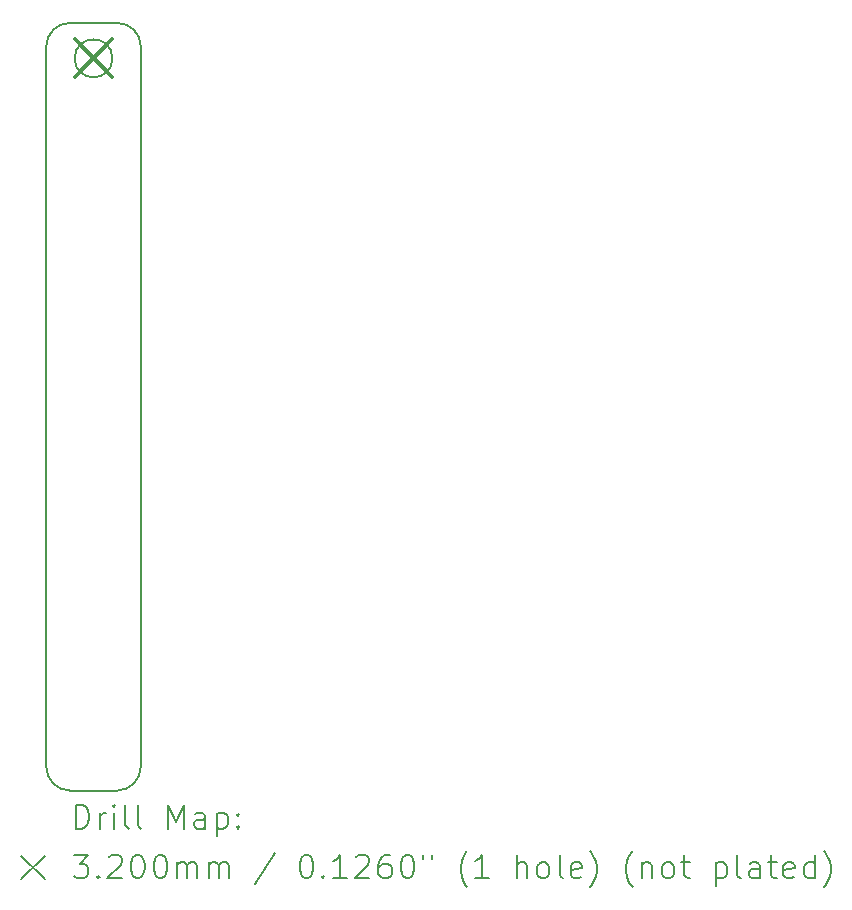
<source format=gbr>
%TF.GenerationSoftware,KiCad,Pcbnew,7.0.9*%
%TF.CreationDate,2024-01-11T17:38:55+09:00*%
%TF.ProjectId,LineStick,4c696e65-5374-4696-936b-2e6b69636164,rev?*%
%TF.SameCoordinates,Original*%
%TF.FileFunction,Drillmap*%
%TF.FilePolarity,Positive*%
%FSLAX45Y45*%
G04 Gerber Fmt 4.5, Leading zero omitted, Abs format (unit mm)*
G04 Created by KiCad (PCBNEW 7.0.9) date 2024-01-11 17:38:55*
%MOMM*%
%LPD*%
G01*
G04 APERTURE LIST*
%ADD10C,0.200000*%
%ADD11C,0.320000*%
G04 APERTURE END LIST*
D10*
X15040000Y-13822560D02*
X15440000Y-13822560D01*
X14840000Y-7522560D02*
X14840000Y-13622560D01*
X15440000Y-7322560D02*
X15040000Y-7322560D01*
X15400000Y-7622560D02*
G75*
G03*
X15400000Y-7622560I-160000J0D01*
G01*
X14840000Y-13622560D02*
G75*
G03*
X15040000Y-13822560I200000J0D01*
G01*
X15440000Y-13822560D02*
G75*
G03*
X15640000Y-13622560I0J200000D01*
G01*
X15640000Y-7522560D02*
G75*
G03*
X15440000Y-7322560I-200000J0D01*
G01*
X15040000Y-7322560D02*
G75*
G03*
X14840000Y-7522560I0J-200000D01*
G01*
X15640000Y-13622560D02*
X15640000Y-7522560D01*
D11*
X15080000Y-7460000D02*
X15400000Y-7780000D01*
X15400000Y-7460000D02*
X15080000Y-7780000D01*
D10*
X15090777Y-14144044D02*
X15090777Y-13944044D01*
X15090777Y-13944044D02*
X15138396Y-13944044D01*
X15138396Y-13944044D02*
X15166967Y-13953568D01*
X15166967Y-13953568D02*
X15186015Y-13972615D01*
X15186015Y-13972615D02*
X15195539Y-13991663D01*
X15195539Y-13991663D02*
X15205062Y-14029758D01*
X15205062Y-14029758D02*
X15205062Y-14058330D01*
X15205062Y-14058330D02*
X15195539Y-14096425D01*
X15195539Y-14096425D02*
X15186015Y-14115472D01*
X15186015Y-14115472D02*
X15166967Y-14134520D01*
X15166967Y-14134520D02*
X15138396Y-14144044D01*
X15138396Y-14144044D02*
X15090777Y-14144044D01*
X15290777Y-14144044D02*
X15290777Y-14010710D01*
X15290777Y-14048806D02*
X15300301Y-14029758D01*
X15300301Y-14029758D02*
X15309824Y-14020234D01*
X15309824Y-14020234D02*
X15328872Y-14010710D01*
X15328872Y-14010710D02*
X15347920Y-14010710D01*
X15414586Y-14144044D02*
X15414586Y-14010710D01*
X15414586Y-13944044D02*
X15405062Y-13953568D01*
X15405062Y-13953568D02*
X15414586Y-13963091D01*
X15414586Y-13963091D02*
X15424110Y-13953568D01*
X15424110Y-13953568D02*
X15414586Y-13944044D01*
X15414586Y-13944044D02*
X15414586Y-13963091D01*
X15538396Y-14144044D02*
X15519348Y-14134520D01*
X15519348Y-14134520D02*
X15509824Y-14115472D01*
X15509824Y-14115472D02*
X15509824Y-13944044D01*
X15643158Y-14144044D02*
X15624110Y-14134520D01*
X15624110Y-14134520D02*
X15614586Y-14115472D01*
X15614586Y-14115472D02*
X15614586Y-13944044D01*
X15871729Y-14144044D02*
X15871729Y-13944044D01*
X15871729Y-13944044D02*
X15938396Y-14086901D01*
X15938396Y-14086901D02*
X16005062Y-13944044D01*
X16005062Y-13944044D02*
X16005062Y-14144044D01*
X16186015Y-14144044D02*
X16186015Y-14039282D01*
X16186015Y-14039282D02*
X16176491Y-14020234D01*
X16176491Y-14020234D02*
X16157443Y-14010710D01*
X16157443Y-14010710D02*
X16119348Y-14010710D01*
X16119348Y-14010710D02*
X16100301Y-14020234D01*
X16186015Y-14134520D02*
X16166967Y-14144044D01*
X16166967Y-14144044D02*
X16119348Y-14144044D01*
X16119348Y-14144044D02*
X16100301Y-14134520D01*
X16100301Y-14134520D02*
X16090777Y-14115472D01*
X16090777Y-14115472D02*
X16090777Y-14096425D01*
X16090777Y-14096425D02*
X16100301Y-14077377D01*
X16100301Y-14077377D02*
X16119348Y-14067853D01*
X16119348Y-14067853D02*
X16166967Y-14067853D01*
X16166967Y-14067853D02*
X16186015Y-14058330D01*
X16281253Y-14010710D02*
X16281253Y-14210710D01*
X16281253Y-14020234D02*
X16300301Y-14010710D01*
X16300301Y-14010710D02*
X16338396Y-14010710D01*
X16338396Y-14010710D02*
X16357443Y-14020234D01*
X16357443Y-14020234D02*
X16366967Y-14029758D01*
X16366967Y-14029758D02*
X16376491Y-14048806D01*
X16376491Y-14048806D02*
X16376491Y-14105949D01*
X16376491Y-14105949D02*
X16366967Y-14124996D01*
X16366967Y-14124996D02*
X16357443Y-14134520D01*
X16357443Y-14134520D02*
X16338396Y-14144044D01*
X16338396Y-14144044D02*
X16300301Y-14144044D01*
X16300301Y-14144044D02*
X16281253Y-14134520D01*
X16462205Y-14124996D02*
X16471729Y-14134520D01*
X16471729Y-14134520D02*
X16462205Y-14144044D01*
X16462205Y-14144044D02*
X16452682Y-14134520D01*
X16452682Y-14134520D02*
X16462205Y-14124996D01*
X16462205Y-14124996D02*
X16462205Y-14144044D01*
X16462205Y-14020234D02*
X16471729Y-14029758D01*
X16471729Y-14029758D02*
X16462205Y-14039282D01*
X16462205Y-14039282D02*
X16452682Y-14029758D01*
X16452682Y-14029758D02*
X16462205Y-14020234D01*
X16462205Y-14020234D02*
X16462205Y-14039282D01*
X14630000Y-14372560D02*
X14830000Y-14572560D01*
X14830000Y-14372560D02*
X14630000Y-14572560D01*
X15071729Y-14364044D02*
X15195539Y-14364044D01*
X15195539Y-14364044D02*
X15128872Y-14440234D01*
X15128872Y-14440234D02*
X15157443Y-14440234D01*
X15157443Y-14440234D02*
X15176491Y-14449758D01*
X15176491Y-14449758D02*
X15186015Y-14459282D01*
X15186015Y-14459282D02*
X15195539Y-14478330D01*
X15195539Y-14478330D02*
X15195539Y-14525949D01*
X15195539Y-14525949D02*
X15186015Y-14544996D01*
X15186015Y-14544996D02*
X15176491Y-14554520D01*
X15176491Y-14554520D02*
X15157443Y-14564044D01*
X15157443Y-14564044D02*
X15100301Y-14564044D01*
X15100301Y-14564044D02*
X15081253Y-14554520D01*
X15081253Y-14554520D02*
X15071729Y-14544996D01*
X15281253Y-14544996D02*
X15290777Y-14554520D01*
X15290777Y-14554520D02*
X15281253Y-14564044D01*
X15281253Y-14564044D02*
X15271729Y-14554520D01*
X15271729Y-14554520D02*
X15281253Y-14544996D01*
X15281253Y-14544996D02*
X15281253Y-14564044D01*
X15366967Y-14383091D02*
X15376491Y-14373568D01*
X15376491Y-14373568D02*
X15395539Y-14364044D01*
X15395539Y-14364044D02*
X15443158Y-14364044D01*
X15443158Y-14364044D02*
X15462205Y-14373568D01*
X15462205Y-14373568D02*
X15471729Y-14383091D01*
X15471729Y-14383091D02*
X15481253Y-14402139D01*
X15481253Y-14402139D02*
X15481253Y-14421187D01*
X15481253Y-14421187D02*
X15471729Y-14449758D01*
X15471729Y-14449758D02*
X15357443Y-14564044D01*
X15357443Y-14564044D02*
X15481253Y-14564044D01*
X15605062Y-14364044D02*
X15624110Y-14364044D01*
X15624110Y-14364044D02*
X15643158Y-14373568D01*
X15643158Y-14373568D02*
X15652682Y-14383091D01*
X15652682Y-14383091D02*
X15662205Y-14402139D01*
X15662205Y-14402139D02*
X15671729Y-14440234D01*
X15671729Y-14440234D02*
X15671729Y-14487853D01*
X15671729Y-14487853D02*
X15662205Y-14525949D01*
X15662205Y-14525949D02*
X15652682Y-14544996D01*
X15652682Y-14544996D02*
X15643158Y-14554520D01*
X15643158Y-14554520D02*
X15624110Y-14564044D01*
X15624110Y-14564044D02*
X15605062Y-14564044D01*
X15605062Y-14564044D02*
X15586015Y-14554520D01*
X15586015Y-14554520D02*
X15576491Y-14544996D01*
X15576491Y-14544996D02*
X15566967Y-14525949D01*
X15566967Y-14525949D02*
X15557443Y-14487853D01*
X15557443Y-14487853D02*
X15557443Y-14440234D01*
X15557443Y-14440234D02*
X15566967Y-14402139D01*
X15566967Y-14402139D02*
X15576491Y-14383091D01*
X15576491Y-14383091D02*
X15586015Y-14373568D01*
X15586015Y-14373568D02*
X15605062Y-14364044D01*
X15795539Y-14364044D02*
X15814586Y-14364044D01*
X15814586Y-14364044D02*
X15833634Y-14373568D01*
X15833634Y-14373568D02*
X15843158Y-14383091D01*
X15843158Y-14383091D02*
X15852682Y-14402139D01*
X15852682Y-14402139D02*
X15862205Y-14440234D01*
X15862205Y-14440234D02*
X15862205Y-14487853D01*
X15862205Y-14487853D02*
X15852682Y-14525949D01*
X15852682Y-14525949D02*
X15843158Y-14544996D01*
X15843158Y-14544996D02*
X15833634Y-14554520D01*
X15833634Y-14554520D02*
X15814586Y-14564044D01*
X15814586Y-14564044D02*
X15795539Y-14564044D01*
X15795539Y-14564044D02*
X15776491Y-14554520D01*
X15776491Y-14554520D02*
X15766967Y-14544996D01*
X15766967Y-14544996D02*
X15757443Y-14525949D01*
X15757443Y-14525949D02*
X15747920Y-14487853D01*
X15747920Y-14487853D02*
X15747920Y-14440234D01*
X15747920Y-14440234D02*
X15757443Y-14402139D01*
X15757443Y-14402139D02*
X15766967Y-14383091D01*
X15766967Y-14383091D02*
X15776491Y-14373568D01*
X15776491Y-14373568D02*
X15795539Y-14364044D01*
X15947920Y-14564044D02*
X15947920Y-14430710D01*
X15947920Y-14449758D02*
X15957443Y-14440234D01*
X15957443Y-14440234D02*
X15976491Y-14430710D01*
X15976491Y-14430710D02*
X16005063Y-14430710D01*
X16005063Y-14430710D02*
X16024110Y-14440234D01*
X16024110Y-14440234D02*
X16033634Y-14459282D01*
X16033634Y-14459282D02*
X16033634Y-14564044D01*
X16033634Y-14459282D02*
X16043158Y-14440234D01*
X16043158Y-14440234D02*
X16062205Y-14430710D01*
X16062205Y-14430710D02*
X16090777Y-14430710D01*
X16090777Y-14430710D02*
X16109824Y-14440234D01*
X16109824Y-14440234D02*
X16119348Y-14459282D01*
X16119348Y-14459282D02*
X16119348Y-14564044D01*
X16214586Y-14564044D02*
X16214586Y-14430710D01*
X16214586Y-14449758D02*
X16224110Y-14440234D01*
X16224110Y-14440234D02*
X16243158Y-14430710D01*
X16243158Y-14430710D02*
X16271729Y-14430710D01*
X16271729Y-14430710D02*
X16290777Y-14440234D01*
X16290777Y-14440234D02*
X16300301Y-14459282D01*
X16300301Y-14459282D02*
X16300301Y-14564044D01*
X16300301Y-14459282D02*
X16309824Y-14440234D01*
X16309824Y-14440234D02*
X16328872Y-14430710D01*
X16328872Y-14430710D02*
X16357443Y-14430710D01*
X16357443Y-14430710D02*
X16376491Y-14440234D01*
X16376491Y-14440234D02*
X16386015Y-14459282D01*
X16386015Y-14459282D02*
X16386015Y-14564044D01*
X16776491Y-14354520D02*
X16605063Y-14611663D01*
X17033634Y-14364044D02*
X17052682Y-14364044D01*
X17052682Y-14364044D02*
X17071729Y-14373568D01*
X17071729Y-14373568D02*
X17081253Y-14383091D01*
X17081253Y-14383091D02*
X17090777Y-14402139D01*
X17090777Y-14402139D02*
X17100301Y-14440234D01*
X17100301Y-14440234D02*
X17100301Y-14487853D01*
X17100301Y-14487853D02*
X17090777Y-14525949D01*
X17090777Y-14525949D02*
X17081253Y-14544996D01*
X17081253Y-14544996D02*
X17071729Y-14554520D01*
X17071729Y-14554520D02*
X17052682Y-14564044D01*
X17052682Y-14564044D02*
X17033634Y-14564044D01*
X17033634Y-14564044D02*
X17014587Y-14554520D01*
X17014587Y-14554520D02*
X17005063Y-14544996D01*
X17005063Y-14544996D02*
X16995539Y-14525949D01*
X16995539Y-14525949D02*
X16986015Y-14487853D01*
X16986015Y-14487853D02*
X16986015Y-14440234D01*
X16986015Y-14440234D02*
X16995539Y-14402139D01*
X16995539Y-14402139D02*
X17005063Y-14383091D01*
X17005063Y-14383091D02*
X17014587Y-14373568D01*
X17014587Y-14373568D02*
X17033634Y-14364044D01*
X17186015Y-14544996D02*
X17195539Y-14554520D01*
X17195539Y-14554520D02*
X17186015Y-14564044D01*
X17186015Y-14564044D02*
X17176491Y-14554520D01*
X17176491Y-14554520D02*
X17186015Y-14544996D01*
X17186015Y-14544996D02*
X17186015Y-14564044D01*
X17386015Y-14564044D02*
X17271729Y-14564044D01*
X17328872Y-14564044D02*
X17328872Y-14364044D01*
X17328872Y-14364044D02*
X17309825Y-14392615D01*
X17309825Y-14392615D02*
X17290777Y-14411663D01*
X17290777Y-14411663D02*
X17271729Y-14421187D01*
X17462206Y-14383091D02*
X17471729Y-14373568D01*
X17471729Y-14373568D02*
X17490777Y-14364044D01*
X17490777Y-14364044D02*
X17538396Y-14364044D01*
X17538396Y-14364044D02*
X17557444Y-14373568D01*
X17557444Y-14373568D02*
X17566968Y-14383091D01*
X17566968Y-14383091D02*
X17576491Y-14402139D01*
X17576491Y-14402139D02*
X17576491Y-14421187D01*
X17576491Y-14421187D02*
X17566968Y-14449758D01*
X17566968Y-14449758D02*
X17452682Y-14564044D01*
X17452682Y-14564044D02*
X17576491Y-14564044D01*
X17747920Y-14364044D02*
X17709825Y-14364044D01*
X17709825Y-14364044D02*
X17690777Y-14373568D01*
X17690777Y-14373568D02*
X17681253Y-14383091D01*
X17681253Y-14383091D02*
X17662206Y-14411663D01*
X17662206Y-14411663D02*
X17652682Y-14449758D01*
X17652682Y-14449758D02*
X17652682Y-14525949D01*
X17652682Y-14525949D02*
X17662206Y-14544996D01*
X17662206Y-14544996D02*
X17671729Y-14554520D01*
X17671729Y-14554520D02*
X17690777Y-14564044D01*
X17690777Y-14564044D02*
X17728872Y-14564044D01*
X17728872Y-14564044D02*
X17747920Y-14554520D01*
X17747920Y-14554520D02*
X17757444Y-14544996D01*
X17757444Y-14544996D02*
X17766968Y-14525949D01*
X17766968Y-14525949D02*
X17766968Y-14478330D01*
X17766968Y-14478330D02*
X17757444Y-14459282D01*
X17757444Y-14459282D02*
X17747920Y-14449758D01*
X17747920Y-14449758D02*
X17728872Y-14440234D01*
X17728872Y-14440234D02*
X17690777Y-14440234D01*
X17690777Y-14440234D02*
X17671729Y-14449758D01*
X17671729Y-14449758D02*
X17662206Y-14459282D01*
X17662206Y-14459282D02*
X17652682Y-14478330D01*
X17890777Y-14364044D02*
X17909825Y-14364044D01*
X17909825Y-14364044D02*
X17928872Y-14373568D01*
X17928872Y-14373568D02*
X17938396Y-14383091D01*
X17938396Y-14383091D02*
X17947920Y-14402139D01*
X17947920Y-14402139D02*
X17957444Y-14440234D01*
X17957444Y-14440234D02*
X17957444Y-14487853D01*
X17957444Y-14487853D02*
X17947920Y-14525949D01*
X17947920Y-14525949D02*
X17938396Y-14544996D01*
X17938396Y-14544996D02*
X17928872Y-14554520D01*
X17928872Y-14554520D02*
X17909825Y-14564044D01*
X17909825Y-14564044D02*
X17890777Y-14564044D01*
X17890777Y-14564044D02*
X17871729Y-14554520D01*
X17871729Y-14554520D02*
X17862206Y-14544996D01*
X17862206Y-14544996D02*
X17852682Y-14525949D01*
X17852682Y-14525949D02*
X17843158Y-14487853D01*
X17843158Y-14487853D02*
X17843158Y-14440234D01*
X17843158Y-14440234D02*
X17852682Y-14402139D01*
X17852682Y-14402139D02*
X17862206Y-14383091D01*
X17862206Y-14383091D02*
X17871729Y-14373568D01*
X17871729Y-14373568D02*
X17890777Y-14364044D01*
X18033634Y-14364044D02*
X18033634Y-14402139D01*
X18109825Y-14364044D02*
X18109825Y-14402139D01*
X18405063Y-14640234D02*
X18395539Y-14630710D01*
X18395539Y-14630710D02*
X18376491Y-14602139D01*
X18376491Y-14602139D02*
X18366968Y-14583091D01*
X18366968Y-14583091D02*
X18357444Y-14554520D01*
X18357444Y-14554520D02*
X18347920Y-14506901D01*
X18347920Y-14506901D02*
X18347920Y-14468806D01*
X18347920Y-14468806D02*
X18357444Y-14421187D01*
X18357444Y-14421187D02*
X18366968Y-14392615D01*
X18366968Y-14392615D02*
X18376491Y-14373568D01*
X18376491Y-14373568D02*
X18395539Y-14344996D01*
X18395539Y-14344996D02*
X18405063Y-14335472D01*
X18586015Y-14564044D02*
X18471730Y-14564044D01*
X18528872Y-14564044D02*
X18528872Y-14364044D01*
X18528872Y-14364044D02*
X18509825Y-14392615D01*
X18509825Y-14392615D02*
X18490777Y-14411663D01*
X18490777Y-14411663D02*
X18471730Y-14421187D01*
X18824111Y-14564044D02*
X18824111Y-14364044D01*
X18909825Y-14564044D02*
X18909825Y-14459282D01*
X18909825Y-14459282D02*
X18900301Y-14440234D01*
X18900301Y-14440234D02*
X18881253Y-14430710D01*
X18881253Y-14430710D02*
X18852682Y-14430710D01*
X18852682Y-14430710D02*
X18833634Y-14440234D01*
X18833634Y-14440234D02*
X18824111Y-14449758D01*
X19033634Y-14564044D02*
X19014587Y-14554520D01*
X19014587Y-14554520D02*
X19005063Y-14544996D01*
X19005063Y-14544996D02*
X18995539Y-14525949D01*
X18995539Y-14525949D02*
X18995539Y-14468806D01*
X18995539Y-14468806D02*
X19005063Y-14449758D01*
X19005063Y-14449758D02*
X19014587Y-14440234D01*
X19014587Y-14440234D02*
X19033634Y-14430710D01*
X19033634Y-14430710D02*
X19062206Y-14430710D01*
X19062206Y-14430710D02*
X19081253Y-14440234D01*
X19081253Y-14440234D02*
X19090777Y-14449758D01*
X19090777Y-14449758D02*
X19100301Y-14468806D01*
X19100301Y-14468806D02*
X19100301Y-14525949D01*
X19100301Y-14525949D02*
X19090777Y-14544996D01*
X19090777Y-14544996D02*
X19081253Y-14554520D01*
X19081253Y-14554520D02*
X19062206Y-14564044D01*
X19062206Y-14564044D02*
X19033634Y-14564044D01*
X19214587Y-14564044D02*
X19195539Y-14554520D01*
X19195539Y-14554520D02*
X19186015Y-14535472D01*
X19186015Y-14535472D02*
X19186015Y-14364044D01*
X19366968Y-14554520D02*
X19347920Y-14564044D01*
X19347920Y-14564044D02*
X19309825Y-14564044D01*
X19309825Y-14564044D02*
X19290777Y-14554520D01*
X19290777Y-14554520D02*
X19281253Y-14535472D01*
X19281253Y-14535472D02*
X19281253Y-14459282D01*
X19281253Y-14459282D02*
X19290777Y-14440234D01*
X19290777Y-14440234D02*
X19309825Y-14430710D01*
X19309825Y-14430710D02*
X19347920Y-14430710D01*
X19347920Y-14430710D02*
X19366968Y-14440234D01*
X19366968Y-14440234D02*
X19376492Y-14459282D01*
X19376492Y-14459282D02*
X19376492Y-14478330D01*
X19376492Y-14478330D02*
X19281253Y-14497377D01*
X19443158Y-14640234D02*
X19452682Y-14630710D01*
X19452682Y-14630710D02*
X19471730Y-14602139D01*
X19471730Y-14602139D02*
X19481253Y-14583091D01*
X19481253Y-14583091D02*
X19490777Y-14554520D01*
X19490777Y-14554520D02*
X19500301Y-14506901D01*
X19500301Y-14506901D02*
X19500301Y-14468806D01*
X19500301Y-14468806D02*
X19490777Y-14421187D01*
X19490777Y-14421187D02*
X19481253Y-14392615D01*
X19481253Y-14392615D02*
X19471730Y-14373568D01*
X19471730Y-14373568D02*
X19452682Y-14344996D01*
X19452682Y-14344996D02*
X19443158Y-14335472D01*
X19805063Y-14640234D02*
X19795539Y-14630710D01*
X19795539Y-14630710D02*
X19776492Y-14602139D01*
X19776492Y-14602139D02*
X19766968Y-14583091D01*
X19766968Y-14583091D02*
X19757444Y-14554520D01*
X19757444Y-14554520D02*
X19747920Y-14506901D01*
X19747920Y-14506901D02*
X19747920Y-14468806D01*
X19747920Y-14468806D02*
X19757444Y-14421187D01*
X19757444Y-14421187D02*
X19766968Y-14392615D01*
X19766968Y-14392615D02*
X19776492Y-14373568D01*
X19776492Y-14373568D02*
X19795539Y-14344996D01*
X19795539Y-14344996D02*
X19805063Y-14335472D01*
X19881253Y-14430710D02*
X19881253Y-14564044D01*
X19881253Y-14449758D02*
X19890777Y-14440234D01*
X19890777Y-14440234D02*
X19909825Y-14430710D01*
X19909825Y-14430710D02*
X19938396Y-14430710D01*
X19938396Y-14430710D02*
X19957444Y-14440234D01*
X19957444Y-14440234D02*
X19966968Y-14459282D01*
X19966968Y-14459282D02*
X19966968Y-14564044D01*
X20090777Y-14564044D02*
X20071730Y-14554520D01*
X20071730Y-14554520D02*
X20062206Y-14544996D01*
X20062206Y-14544996D02*
X20052682Y-14525949D01*
X20052682Y-14525949D02*
X20052682Y-14468806D01*
X20052682Y-14468806D02*
X20062206Y-14449758D01*
X20062206Y-14449758D02*
X20071730Y-14440234D01*
X20071730Y-14440234D02*
X20090777Y-14430710D01*
X20090777Y-14430710D02*
X20119349Y-14430710D01*
X20119349Y-14430710D02*
X20138396Y-14440234D01*
X20138396Y-14440234D02*
X20147920Y-14449758D01*
X20147920Y-14449758D02*
X20157444Y-14468806D01*
X20157444Y-14468806D02*
X20157444Y-14525949D01*
X20157444Y-14525949D02*
X20147920Y-14544996D01*
X20147920Y-14544996D02*
X20138396Y-14554520D01*
X20138396Y-14554520D02*
X20119349Y-14564044D01*
X20119349Y-14564044D02*
X20090777Y-14564044D01*
X20214587Y-14430710D02*
X20290777Y-14430710D01*
X20243158Y-14364044D02*
X20243158Y-14535472D01*
X20243158Y-14535472D02*
X20252682Y-14554520D01*
X20252682Y-14554520D02*
X20271730Y-14564044D01*
X20271730Y-14564044D02*
X20290777Y-14564044D01*
X20509825Y-14430710D02*
X20509825Y-14630710D01*
X20509825Y-14440234D02*
X20528873Y-14430710D01*
X20528873Y-14430710D02*
X20566968Y-14430710D01*
X20566968Y-14430710D02*
X20586015Y-14440234D01*
X20586015Y-14440234D02*
X20595539Y-14449758D01*
X20595539Y-14449758D02*
X20605063Y-14468806D01*
X20605063Y-14468806D02*
X20605063Y-14525949D01*
X20605063Y-14525949D02*
X20595539Y-14544996D01*
X20595539Y-14544996D02*
X20586015Y-14554520D01*
X20586015Y-14554520D02*
X20566968Y-14564044D01*
X20566968Y-14564044D02*
X20528873Y-14564044D01*
X20528873Y-14564044D02*
X20509825Y-14554520D01*
X20719349Y-14564044D02*
X20700301Y-14554520D01*
X20700301Y-14554520D02*
X20690777Y-14535472D01*
X20690777Y-14535472D02*
X20690777Y-14364044D01*
X20881254Y-14564044D02*
X20881254Y-14459282D01*
X20881254Y-14459282D02*
X20871730Y-14440234D01*
X20871730Y-14440234D02*
X20852682Y-14430710D01*
X20852682Y-14430710D02*
X20814587Y-14430710D01*
X20814587Y-14430710D02*
X20795539Y-14440234D01*
X20881254Y-14554520D02*
X20862206Y-14564044D01*
X20862206Y-14564044D02*
X20814587Y-14564044D01*
X20814587Y-14564044D02*
X20795539Y-14554520D01*
X20795539Y-14554520D02*
X20786015Y-14535472D01*
X20786015Y-14535472D02*
X20786015Y-14516425D01*
X20786015Y-14516425D02*
X20795539Y-14497377D01*
X20795539Y-14497377D02*
X20814587Y-14487853D01*
X20814587Y-14487853D02*
X20862206Y-14487853D01*
X20862206Y-14487853D02*
X20881254Y-14478330D01*
X20947920Y-14430710D02*
X21024111Y-14430710D01*
X20976492Y-14364044D02*
X20976492Y-14535472D01*
X20976492Y-14535472D02*
X20986015Y-14554520D01*
X20986015Y-14554520D02*
X21005063Y-14564044D01*
X21005063Y-14564044D02*
X21024111Y-14564044D01*
X21166968Y-14554520D02*
X21147920Y-14564044D01*
X21147920Y-14564044D02*
X21109825Y-14564044D01*
X21109825Y-14564044D02*
X21090777Y-14554520D01*
X21090777Y-14554520D02*
X21081254Y-14535472D01*
X21081254Y-14535472D02*
X21081254Y-14459282D01*
X21081254Y-14459282D02*
X21090777Y-14440234D01*
X21090777Y-14440234D02*
X21109825Y-14430710D01*
X21109825Y-14430710D02*
X21147920Y-14430710D01*
X21147920Y-14430710D02*
X21166968Y-14440234D01*
X21166968Y-14440234D02*
X21176492Y-14459282D01*
X21176492Y-14459282D02*
X21176492Y-14478330D01*
X21176492Y-14478330D02*
X21081254Y-14497377D01*
X21347920Y-14564044D02*
X21347920Y-14364044D01*
X21347920Y-14554520D02*
X21328873Y-14564044D01*
X21328873Y-14564044D02*
X21290777Y-14564044D01*
X21290777Y-14564044D02*
X21271730Y-14554520D01*
X21271730Y-14554520D02*
X21262206Y-14544996D01*
X21262206Y-14544996D02*
X21252682Y-14525949D01*
X21252682Y-14525949D02*
X21252682Y-14468806D01*
X21252682Y-14468806D02*
X21262206Y-14449758D01*
X21262206Y-14449758D02*
X21271730Y-14440234D01*
X21271730Y-14440234D02*
X21290777Y-14430710D01*
X21290777Y-14430710D02*
X21328873Y-14430710D01*
X21328873Y-14430710D02*
X21347920Y-14440234D01*
X21424111Y-14640234D02*
X21433635Y-14630710D01*
X21433635Y-14630710D02*
X21452682Y-14602139D01*
X21452682Y-14602139D02*
X21462206Y-14583091D01*
X21462206Y-14583091D02*
X21471730Y-14554520D01*
X21471730Y-14554520D02*
X21481254Y-14506901D01*
X21481254Y-14506901D02*
X21481254Y-14468806D01*
X21481254Y-14468806D02*
X21471730Y-14421187D01*
X21471730Y-14421187D02*
X21462206Y-14392615D01*
X21462206Y-14392615D02*
X21452682Y-14373568D01*
X21452682Y-14373568D02*
X21433635Y-14344996D01*
X21433635Y-14344996D02*
X21424111Y-14335472D01*
M02*

</source>
